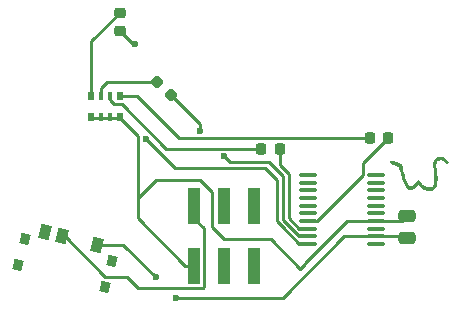
<source format=gbr>
G04 #@! TF.GenerationSoftware,KiCad,Pcbnew,8.0.3*
G04 #@! TF.CreationDate,2024-07-15T14:19:07-05:00*
G04 #@! TF.ProjectId,DumpsterElectroFire,44756d70-7374-4657-9245-6c656374726f,rev?*
G04 #@! TF.SameCoordinates,Original*
G04 #@! TF.FileFunction,Copper,L2,Bot*
G04 #@! TF.FilePolarity,Positive*
%FSLAX46Y46*%
G04 Gerber Fmt 4.6, Leading zero omitted, Abs format (unit mm)*
G04 Created by KiCad (PCBNEW 8.0.3) date 2024-07-15 14:19:07*
%MOMM*%
%LPD*%
G01*
G04 APERTURE LIST*
G04 Aperture macros list*
%AMRoundRect*
0 Rectangle with rounded corners*
0 $1 Rounding radius*
0 $2 $3 $4 $5 $6 $7 $8 $9 X,Y pos of 4 corners*
0 Add a 4 corners polygon primitive as box body*
4,1,4,$2,$3,$4,$5,$6,$7,$8,$9,$2,$3,0*
0 Add four circle primitives for the rounded corners*
1,1,$1+$1,$2,$3*
1,1,$1+$1,$4,$5*
1,1,$1+$1,$6,$7*
1,1,$1+$1,$8,$9*
0 Add four rect primitives between the rounded corners*
20,1,$1+$1,$2,$3,$4,$5,0*
20,1,$1+$1,$4,$5,$6,$7,0*
20,1,$1+$1,$6,$7,$8,$9,0*
20,1,$1+$1,$8,$9,$2,$3,0*%
%AMRotRect*
0 Rectangle, with rotation*
0 The origin of the aperture is its center*
0 $1 length*
0 $2 width*
0 $3 Rotation angle, in degrees counterclockwise*
0 Add horizontal line*
21,1,$1,$2,0,0,$3*%
G04 Aperture macros list end*
G04 #@! TA.AperFunction,EtchedComponent*
%ADD10C,0.010000*%
G04 #@! TD*
G04 #@! TA.AperFunction,SMDPad,CuDef*
%ADD11RoundRect,0.100000X0.637500X0.100000X-0.637500X0.100000X-0.637500X-0.100000X0.637500X-0.100000X0*%
G04 #@! TD*
G04 #@! TA.AperFunction,SMDPad,CuDef*
%ADD12RoundRect,0.250000X-0.475000X0.250000X-0.475000X-0.250000X0.475000X-0.250000X0.475000X0.250000X0*%
G04 #@! TD*
G04 #@! TA.AperFunction,SMDPad,CuDef*
%ADD13R,1.000000X3.150000*%
G04 #@! TD*
G04 #@! TA.AperFunction,SMDPad,CuDef*
%ADD14R,0.500000X0.800000*%
G04 #@! TD*
G04 #@! TA.AperFunction,SMDPad,CuDef*
%ADD15R,0.400000X0.800000*%
G04 #@! TD*
G04 #@! TA.AperFunction,SMDPad,CuDef*
%ADD16RotRect,0.800000X0.900000X346.000000*%
G04 #@! TD*
G04 #@! TA.AperFunction,SMDPad,CuDef*
%ADD17RotRect,0.900000X1.250000X346.000000*%
G04 #@! TD*
G04 #@! TA.AperFunction,SMDPad,CuDef*
%ADD18RoundRect,0.218750X-0.256250X0.218750X-0.256250X-0.218750X0.256250X-0.218750X0.256250X0.218750X0*%
G04 #@! TD*
G04 #@! TA.AperFunction,SMDPad,CuDef*
%ADD19RoundRect,0.218750X-0.218750X-0.256250X0.218750X-0.256250X0.218750X0.256250X-0.218750X0.256250X0*%
G04 #@! TD*
G04 #@! TA.AperFunction,SMDPad,CuDef*
%ADD20RoundRect,0.218750X-0.335876X-0.026517X-0.026517X-0.335876X0.335876X0.026517X0.026517X0.335876X0*%
G04 #@! TD*
G04 #@! TA.AperFunction,ViaPad*
%ADD21C,0.600000*%
G04 #@! TD*
G04 #@! TA.AperFunction,Conductor*
%ADD22C,0.250000*%
G04 #@! TD*
G04 APERTURE END LIST*
D10*
X163356072Y-110546212D02*
X163502595Y-110586782D01*
X163667499Y-110669287D01*
X163820040Y-110776072D01*
X163929475Y-110889482D01*
X163967648Y-110948669D01*
X163973927Y-110997661D01*
X163926473Y-111042361D01*
X163913708Y-111051090D01*
X163861491Y-111065811D01*
X163798884Y-111035110D01*
X163703421Y-110949650D01*
X163587459Y-110847350D01*
X163439703Y-110760585D01*
X163301342Y-110742101D01*
X163156298Y-110787122D01*
X163069973Y-110834951D01*
X162989991Y-110904997D01*
X162942863Y-110997833D01*
X162924811Y-111128459D01*
X162932055Y-111311873D01*
X162960818Y-111563076D01*
X163005431Y-111977242D01*
X163021551Y-112364461D01*
X163002345Y-112681317D01*
X162947302Y-112931493D01*
X162855913Y-113118677D01*
X162727666Y-113246552D01*
X162685756Y-113273620D01*
X162590094Y-113317957D01*
X162481029Y-113333485D01*
X162323587Y-113327186D01*
X162209082Y-113314778D01*
X161996288Y-113260737D01*
X161812966Y-113157866D01*
X161628458Y-112991355D01*
X161458489Y-112814467D01*
X161307431Y-112990944D01*
X161253741Y-113047924D01*
X161081426Y-113174646D01*
X160897621Y-113241191D01*
X160723931Y-113238398D01*
X160672365Y-113222591D01*
X160542515Y-113151190D01*
X160424827Y-113032475D01*
X160315154Y-112859062D01*
X160209349Y-112623568D01*
X160103263Y-112318610D01*
X159992749Y-111936804D01*
X159976210Y-111876288D01*
X159917447Y-111672637D01*
X159863474Y-111501746D01*
X159819685Y-111380037D01*
X159791473Y-111323933D01*
X159780730Y-111315783D01*
X159700704Y-111273866D01*
X159569737Y-111216840D01*
X159410113Y-111154600D01*
X159360730Y-111136021D01*
X159182714Y-111059634D01*
X159080260Y-110994145D01*
X159047323Y-110934474D01*
X159077855Y-110875545D01*
X159098999Y-110866227D01*
X159184002Y-110873703D01*
X159332433Y-110915972D01*
X159550435Y-110994582D01*
X159978584Y-111158050D01*
X160057754Y-111433442D01*
X160068667Y-111471471D01*
X160122317Y-111659557D01*
X160184550Y-111879010D01*
X160244015Y-112089834D01*
X160302636Y-112291574D01*
X160373918Y-112509221D01*
X160441066Y-112673458D01*
X160511347Y-112801415D01*
X160592029Y-112910223D01*
X160686369Y-112994837D01*
X160825716Y-113039020D01*
X160973087Y-113003226D01*
X161123131Y-112889127D01*
X161270495Y-112698393D01*
X161302818Y-112651096D01*
X161376245Y-112567452D01*
X161431888Y-112534334D01*
X161433859Y-112534453D01*
X161490934Y-112568178D01*
X161581108Y-112650241D01*
X161685776Y-112763825D01*
X161740656Y-112824818D01*
X161954281Y-113002890D01*
X162182110Y-113100096D01*
X162429984Y-113119227D01*
X162502822Y-113111004D01*
X162616398Y-113071274D01*
X162702268Y-112986397D01*
X162723775Y-112955512D01*
X162753820Y-112895610D01*
X162773305Y-112817664D01*
X162784387Y-112705025D01*
X162789221Y-112541042D01*
X162789962Y-112309064D01*
X162787394Y-112087886D01*
X162779873Y-111815106D01*
X162768682Y-111557176D01*
X162755088Y-111349000D01*
X162744287Y-111210454D01*
X162737740Y-111061906D01*
X162744213Y-110961161D01*
X162765704Y-110886560D01*
X162804211Y-110816445D01*
X162811592Y-110805243D01*
X162947524Y-110671441D01*
X163130587Y-110579101D01*
X163329026Y-110544667D01*
X163356072Y-110546212D01*
G04 #@! TA.AperFunction,EtchedComponent*
G36*
X163356072Y-110546212D02*
G01*
X163502595Y-110586782D01*
X163667499Y-110669287D01*
X163820040Y-110776072D01*
X163929475Y-110889482D01*
X163967648Y-110948669D01*
X163973927Y-110997661D01*
X163926473Y-111042361D01*
X163913708Y-111051090D01*
X163861491Y-111065811D01*
X163798884Y-111035110D01*
X163703421Y-110949650D01*
X163587459Y-110847350D01*
X163439703Y-110760585D01*
X163301342Y-110742101D01*
X163156298Y-110787122D01*
X163069973Y-110834951D01*
X162989991Y-110904997D01*
X162942863Y-110997833D01*
X162924811Y-111128459D01*
X162932055Y-111311873D01*
X162960818Y-111563076D01*
X163005431Y-111977242D01*
X163021551Y-112364461D01*
X163002345Y-112681317D01*
X162947302Y-112931493D01*
X162855913Y-113118677D01*
X162727666Y-113246552D01*
X162685756Y-113273620D01*
X162590094Y-113317957D01*
X162481029Y-113333485D01*
X162323587Y-113327186D01*
X162209082Y-113314778D01*
X161996288Y-113260737D01*
X161812966Y-113157866D01*
X161628458Y-112991355D01*
X161458489Y-112814467D01*
X161307431Y-112990944D01*
X161253741Y-113047924D01*
X161081426Y-113174646D01*
X160897621Y-113241191D01*
X160723931Y-113238398D01*
X160672365Y-113222591D01*
X160542515Y-113151190D01*
X160424827Y-113032475D01*
X160315154Y-112859062D01*
X160209349Y-112623568D01*
X160103263Y-112318610D01*
X159992749Y-111936804D01*
X159976210Y-111876288D01*
X159917447Y-111672637D01*
X159863474Y-111501746D01*
X159819685Y-111380037D01*
X159791473Y-111323933D01*
X159780730Y-111315783D01*
X159700704Y-111273866D01*
X159569737Y-111216840D01*
X159410113Y-111154600D01*
X159360730Y-111136021D01*
X159182714Y-111059634D01*
X159080260Y-110994145D01*
X159047323Y-110934474D01*
X159077855Y-110875545D01*
X159098999Y-110866227D01*
X159184002Y-110873703D01*
X159332433Y-110915972D01*
X159550435Y-110994582D01*
X159978584Y-111158050D01*
X160057754Y-111433442D01*
X160068667Y-111471471D01*
X160122317Y-111659557D01*
X160184550Y-111879010D01*
X160244015Y-112089834D01*
X160302636Y-112291574D01*
X160373918Y-112509221D01*
X160441066Y-112673458D01*
X160511347Y-112801415D01*
X160592029Y-112910223D01*
X160686369Y-112994837D01*
X160825716Y-113039020D01*
X160973087Y-113003226D01*
X161123131Y-112889127D01*
X161270495Y-112698393D01*
X161302818Y-112651096D01*
X161376245Y-112567452D01*
X161431888Y-112534334D01*
X161433859Y-112534453D01*
X161490934Y-112568178D01*
X161581108Y-112650241D01*
X161685776Y-112763825D01*
X161740656Y-112824818D01*
X161954281Y-113002890D01*
X162182110Y-113100096D01*
X162429984Y-113119227D01*
X162502822Y-113111004D01*
X162616398Y-113071274D01*
X162702268Y-112986397D01*
X162723775Y-112955512D01*
X162753820Y-112895610D01*
X162773305Y-112817664D01*
X162784387Y-112705025D01*
X162789221Y-112541042D01*
X162789962Y-112309064D01*
X162787394Y-112087886D01*
X162779873Y-111815106D01*
X162768682Y-111557176D01*
X162755088Y-111349000D01*
X162744287Y-111210454D01*
X162737740Y-111061906D01*
X162744213Y-110961161D01*
X162765704Y-110886560D01*
X162804211Y-110816445D01*
X162811592Y-110805243D01*
X162947524Y-110671441D01*
X163130587Y-110579101D01*
X163329026Y-110544667D01*
X163356072Y-110546212D01*
G37*
G04 #@! TD.AperFunction*
D11*
X157862500Y-112075000D03*
X157862500Y-112725000D03*
X157862500Y-113375000D03*
X157862500Y-114025000D03*
X157862500Y-114675000D03*
X157862500Y-115325000D03*
X157862500Y-115975000D03*
X157862500Y-116625000D03*
X157862500Y-117275000D03*
X157862500Y-117925000D03*
X152137500Y-117925000D03*
X152137500Y-117275000D03*
X152137500Y-116625000D03*
X152137500Y-115975000D03*
X152137500Y-115325000D03*
X152137500Y-114675000D03*
X152137500Y-114025000D03*
X152137500Y-113375000D03*
X152137500Y-112725000D03*
X152137500Y-112075000D03*
D12*
X160500000Y-115550000D03*
X160500000Y-117450000D03*
D13*
X142500000Y-114700000D03*
X142500000Y-119750000D03*
X145040000Y-114700000D03*
X145040000Y-119750000D03*
X147580000Y-114700000D03*
X147580000Y-119750000D03*
D14*
X133800000Y-105350000D03*
D15*
X135400000Y-105350000D03*
X134600000Y-105350000D03*
D14*
X136200000Y-105350000D03*
D15*
X134600000Y-107150000D03*
D14*
X133800000Y-107150000D03*
D15*
X135400000Y-107150000D03*
D14*
X136200000Y-107150000D03*
D16*
X127587417Y-119714091D03*
X134961665Y-121552697D03*
X135527788Y-119323436D03*
X128143837Y-117482411D03*
D17*
X129883670Y-116911351D03*
X131339113Y-117274234D03*
X134250000Y-118000000D03*
D18*
X136250000Y-98325000D03*
X136250000Y-99900000D03*
D19*
X158937500Y-108950000D03*
X157362500Y-108950000D03*
X148150000Y-109850000D03*
X149725000Y-109850000D03*
D20*
X140506847Y-105306847D03*
X139393153Y-104193153D03*
D21*
X138450559Y-109049441D03*
X137500000Y-101000000D03*
X143000000Y-108325000D03*
X145000000Y-110500000D03*
X141000000Y-122500000D03*
X139250000Y-120750000D03*
D22*
X133800000Y-100775000D02*
X133800000Y-104700000D01*
X136250000Y-98325000D02*
X133800000Y-100775000D01*
X137350000Y-101000000D02*
X136250000Y-99900000D01*
X137500000Y-101000000D02*
X137350000Y-101000000D01*
X139250000Y-112500000D02*
X137750000Y-114000000D01*
X143000000Y-112500000D02*
X139250000Y-112500000D01*
X144000000Y-113500000D02*
X143000000Y-112500000D01*
X145000000Y-117500000D02*
X144000000Y-116500000D01*
X149000000Y-117500000D02*
X145000000Y-117500000D01*
X151500000Y-120000000D02*
X149000000Y-117500000D01*
X151903812Y-119500000D02*
X151903812Y-119596188D01*
X144000000Y-116500000D02*
X144000000Y-113500000D01*
X155428812Y-115975000D02*
X151903812Y-119500000D01*
X157862500Y-115975000D02*
X155428812Y-115975000D01*
X151903812Y-119596188D02*
X151500000Y-120000000D01*
X137750000Y-114000000D02*
X137750000Y-108750000D01*
X137750000Y-115750000D02*
X137750000Y-114000000D01*
X160075000Y-115975000D02*
X157862500Y-115975000D01*
X160500000Y-115550000D02*
X160075000Y-115975000D01*
X140901118Y-111500000D02*
X138450559Y-109049441D01*
X146000000Y-111500000D02*
X140901118Y-111500000D01*
X149000000Y-112000000D02*
X148500000Y-111500000D01*
X149500000Y-115000000D02*
X149500000Y-112500000D01*
X148500000Y-111500000D02*
X146000000Y-111500000D01*
X149500000Y-116011395D02*
X149500000Y-115000000D01*
X149994302Y-116505697D02*
X149500000Y-116011395D01*
X149500000Y-112500000D02*
X149000000Y-112000000D01*
X151413605Y-117925000D02*
X149994302Y-116505697D01*
X152137500Y-117925000D02*
X151413605Y-117925000D01*
X143000000Y-107800000D02*
X140506847Y-105306847D01*
X143000000Y-108325000D02*
X143000000Y-107800000D01*
X145500000Y-111000000D02*
X145000000Y-110500000D01*
X146000000Y-111000000D02*
X145500000Y-111000000D01*
X150000000Y-115000000D02*
X150000000Y-112136396D01*
X149431802Y-111568198D02*
X148863604Y-111000000D01*
X150000000Y-112136396D02*
X149431802Y-111568198D01*
X150000000Y-115874999D02*
X150000000Y-115000000D01*
X148863604Y-111000000D02*
X146000000Y-111000000D01*
X151400001Y-117275000D02*
X150000000Y-115874999D01*
X152137500Y-117275000D02*
X151400001Y-117275000D01*
X150500000Y-112000000D02*
X149725000Y-111225000D01*
X150500000Y-115724999D02*
X150500000Y-112000000D01*
X151400001Y-116625000D02*
X150500000Y-115724999D01*
X152137500Y-116625000D02*
X151400001Y-116625000D01*
X149725000Y-111225000D02*
X149725000Y-109850000D01*
X156800000Y-112049999D02*
X156800000Y-111087500D01*
X156800000Y-111087500D02*
X158937500Y-108950000D01*
X152137500Y-115975000D02*
X152874999Y-115975000D01*
X152874999Y-115975000D02*
X156800000Y-112049999D01*
X155225000Y-117275000D02*
X157862500Y-117275000D01*
X150000000Y-122500000D02*
X155225000Y-117275000D01*
X141000000Y-122500000D02*
X150000000Y-122500000D01*
X136500000Y-118000000D02*
X134250000Y-118000000D01*
X139250000Y-120750000D02*
X136500000Y-118000000D01*
X160325000Y-117275000D02*
X160500000Y-117450000D01*
X157862500Y-117275000D02*
X160325000Y-117275000D01*
X133800000Y-105350000D02*
X133800000Y-104700000D01*
X157362500Y-108950000D02*
X141200000Y-108950000D01*
X141200000Y-108950000D02*
X137650000Y-105400000D01*
X137650000Y-105400000D02*
X136300000Y-105400000D01*
X135689999Y-106075001D02*
X135350000Y-105735002D01*
X136360003Y-106075001D02*
X135689999Y-106075001D01*
X148150000Y-109850000D02*
X140135002Y-109850000D01*
X140135002Y-109850000D02*
X136360003Y-106075001D01*
X135350000Y-105735002D02*
X135350000Y-105400000D01*
X135106847Y-104193153D02*
X134600000Y-104700000D01*
X139393153Y-104193153D02*
X135106847Y-104193153D01*
X134600000Y-104700000D02*
X134600000Y-105350000D01*
X143260001Y-121650001D02*
X137765793Y-121650001D01*
X143325001Y-121585001D02*
X143260001Y-121650001D01*
X143325001Y-116600001D02*
X143325001Y-121585001D01*
X134969045Y-120694285D02*
X131524760Y-117250000D01*
X137765793Y-121650001D02*
X136810077Y-120694285D01*
X136810077Y-120694285D02*
X134969045Y-120694285D01*
X131524760Y-117250000D02*
X131250000Y-117250000D01*
X141750000Y-119750000D02*
X137750000Y-115750000D01*
X142500000Y-119750000D02*
X141750000Y-119750000D01*
X137750000Y-108750000D02*
X136250000Y-107250000D01*
X136250000Y-107250000D02*
X133750000Y-107250000D01*
X142500000Y-114700000D02*
X142500000Y-115775000D01*
X142500000Y-115775000D02*
X143325001Y-116600001D01*
M02*

</source>
